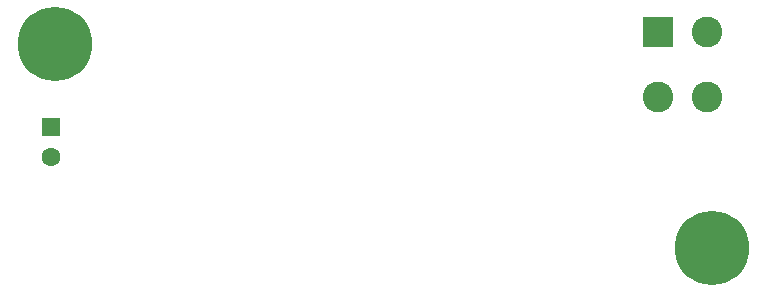
<source format=gbs>
G04*
G04 #@! TF.GenerationSoftware,Altium Limited,Altium Designer,19.1.6 (110)*
G04*
G04 Layer_Color=16711935*
%FSLAX43Y43*%
%MOMM*%
G71*
G01*
G75*
%ADD33C,1.608*%
%ADD34R,1.608X1.608*%
%ADD35C,2.600*%
%ADD36R,2.600X2.600*%
%ADD37C,6.300*%
D33*
X3100Y10730D02*
D03*
D34*
Y13270D02*
D03*
D35*
X54500Y15750D02*
D03*
X58700D02*
D03*
Y21250D02*
D03*
D36*
X54500D02*
D03*
D37*
X3500Y20250D02*
D03*
X59100Y3000D02*
D03*
M02*

</source>
